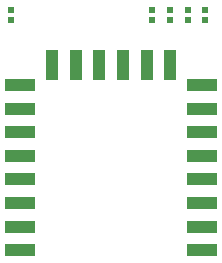
<source format=gbr>
%TF.GenerationSoftware,KiCad,Pcbnew,7.0.10-7.0.10~ubuntu22.04.1*%
%TF.CreationDate,2024-01-12T01:12:04+11:00*%
%TF.ProjectId,Zemismart-ZM25TQ-TYW-ESP8266-Direct-Board,5a656d69-736d-4617-9274-2d5a4d323554,1*%
%TF.SameCoordinates,Original*%
%TF.FileFunction,Paste,Top*%
%TF.FilePolarity,Positive*%
%FSLAX46Y46*%
G04 Gerber Fmt 4.6, Leading zero omitted, Abs format (unit mm)*
G04 Created by KiCad (PCBNEW 7.0.10-7.0.10~ubuntu22.04.1) date 2024-01-12 01:12:04*
%MOMM*%
%LPD*%
G01*
G04 APERTURE LIST*
%ADD10R,0.540005X0.565659*%
%ADD11R,2.500000X1.100000*%
%ADD12R,1.100000X2.500000*%
G04 APERTURE END LIST*
D10*
%TO.C,R1*%
X153500000Y-86634366D03*
X153500000Y-87500000D03*
%TD*%
%TO.C,R3*%
X152000000Y-86634366D03*
X152000000Y-87500000D03*
%TD*%
%TO.C,R2*%
X155000000Y-86634366D03*
X155000000Y-87500000D03*
%TD*%
D11*
%TO.C,U1*%
X154700000Y-107000000D03*
X154700000Y-105000000D03*
X154700000Y-103000000D03*
X154700000Y-101000000D03*
X154700000Y-99000000D03*
X154700000Y-97000000D03*
X154700000Y-95000000D03*
X154700000Y-93000000D03*
X139300000Y-93000000D03*
X139300000Y-95000000D03*
X139300000Y-97000000D03*
X139300000Y-99000000D03*
X139300000Y-101000000D03*
X139300000Y-103000000D03*
X139300000Y-105000000D03*
X139300000Y-107000000D03*
D12*
X152010000Y-91300000D03*
X150010000Y-91300000D03*
X148010000Y-91300000D03*
X146010000Y-91300000D03*
X144010000Y-91300000D03*
X142010000Y-91300000D03*
%TD*%
D10*
%TO.C,R5*%
X138500000Y-86634366D03*
X138500000Y-87500000D03*
%TD*%
%TO.C,R4*%
X150500000Y-86634366D03*
X150500000Y-87500000D03*
%TD*%
M02*

</source>
